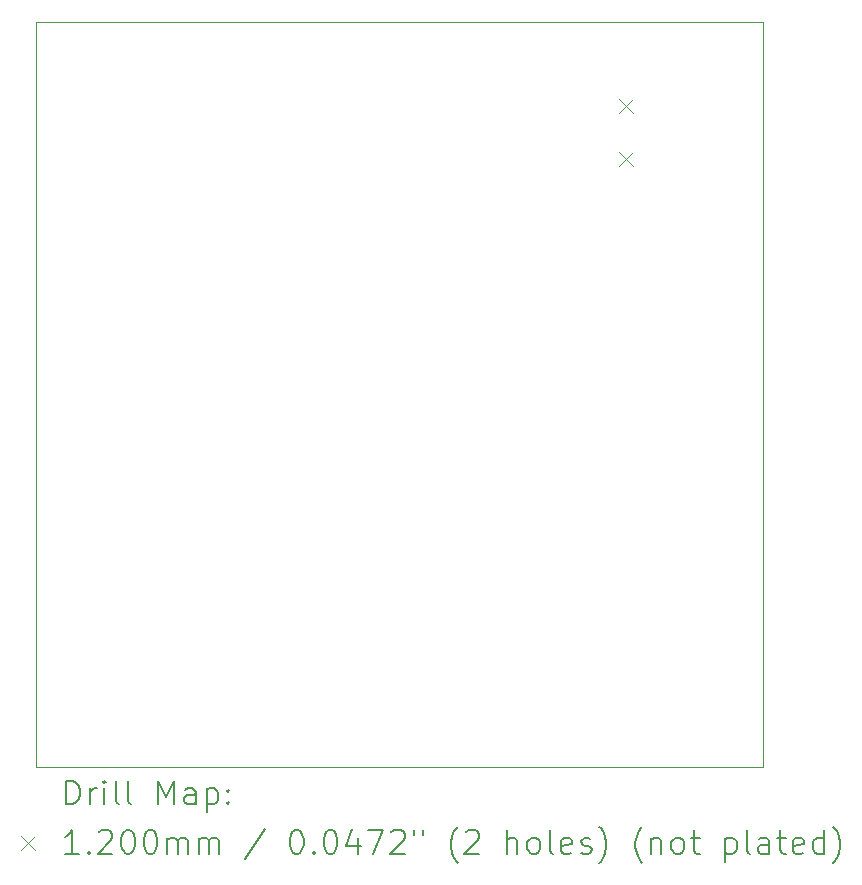
<source format=gbr>
%TF.GenerationSoftware,KiCad,Pcbnew,8.0.01-1-dev-1b3cf70eef*%
%TF.CreationDate,2024-03-18T17:19:17-07:00*%
%TF.ProjectId,i2s_to_toslink_pcb,6932735f-746f-45f7-946f-736c696e6b5f,rev?*%
%TF.SameCoordinates,Original*%
%TF.FileFunction,Drillmap*%
%TF.FilePolarity,Positive*%
%FSLAX45Y45*%
G04 Gerber Fmt 4.5, Leading zero omitted, Abs format (unit mm)*
G04 Created by KiCad (PCBNEW 8.0.01-1-dev-1b3cf70eef) date 2024-03-18 17:19:17*
%MOMM*%
%LPD*%
G01*
G04 APERTURE LIST*
%ADD10C,0.100000*%
%ADD11C,0.200000*%
%ADD12C,0.120000*%
G04 APERTURE END LIST*
D10*
X2050000Y-2007000D02*
X8204600Y-2007000D01*
X8204600Y-8314200D01*
X2050000Y-8314200D01*
X2050000Y-2007000D01*
D11*
D12*
X6987840Y-2659860D02*
X7107840Y-2779860D01*
X7107840Y-2659860D02*
X6987840Y-2779860D01*
X6987840Y-3109860D02*
X7107840Y-3229860D01*
X7107840Y-3109860D02*
X6987840Y-3229860D01*
D11*
X2305777Y-8630684D02*
X2305777Y-8430684D01*
X2305777Y-8430684D02*
X2353396Y-8430684D01*
X2353396Y-8430684D02*
X2381967Y-8440208D01*
X2381967Y-8440208D02*
X2401015Y-8459255D01*
X2401015Y-8459255D02*
X2410539Y-8478303D01*
X2410539Y-8478303D02*
X2420063Y-8516398D01*
X2420063Y-8516398D02*
X2420063Y-8544970D01*
X2420063Y-8544970D02*
X2410539Y-8583065D01*
X2410539Y-8583065D02*
X2401015Y-8602112D01*
X2401015Y-8602112D02*
X2381967Y-8621160D01*
X2381967Y-8621160D02*
X2353396Y-8630684D01*
X2353396Y-8630684D02*
X2305777Y-8630684D01*
X2505777Y-8630684D02*
X2505777Y-8497350D01*
X2505777Y-8535446D02*
X2515301Y-8516398D01*
X2515301Y-8516398D02*
X2524824Y-8506874D01*
X2524824Y-8506874D02*
X2543872Y-8497350D01*
X2543872Y-8497350D02*
X2562920Y-8497350D01*
X2629586Y-8630684D02*
X2629586Y-8497350D01*
X2629586Y-8430684D02*
X2620063Y-8440208D01*
X2620063Y-8440208D02*
X2629586Y-8449731D01*
X2629586Y-8449731D02*
X2639110Y-8440208D01*
X2639110Y-8440208D02*
X2629586Y-8430684D01*
X2629586Y-8430684D02*
X2629586Y-8449731D01*
X2753396Y-8630684D02*
X2734348Y-8621160D01*
X2734348Y-8621160D02*
X2724824Y-8602112D01*
X2724824Y-8602112D02*
X2724824Y-8430684D01*
X2858158Y-8630684D02*
X2839110Y-8621160D01*
X2839110Y-8621160D02*
X2829586Y-8602112D01*
X2829586Y-8602112D02*
X2829586Y-8430684D01*
X3086729Y-8630684D02*
X3086729Y-8430684D01*
X3086729Y-8430684D02*
X3153396Y-8573541D01*
X3153396Y-8573541D02*
X3220062Y-8430684D01*
X3220062Y-8430684D02*
X3220062Y-8630684D01*
X3401015Y-8630684D02*
X3401015Y-8525922D01*
X3401015Y-8525922D02*
X3391491Y-8506874D01*
X3391491Y-8506874D02*
X3372443Y-8497350D01*
X3372443Y-8497350D02*
X3334348Y-8497350D01*
X3334348Y-8497350D02*
X3315301Y-8506874D01*
X3401015Y-8621160D02*
X3381967Y-8630684D01*
X3381967Y-8630684D02*
X3334348Y-8630684D01*
X3334348Y-8630684D02*
X3315301Y-8621160D01*
X3315301Y-8621160D02*
X3305777Y-8602112D01*
X3305777Y-8602112D02*
X3305777Y-8583065D01*
X3305777Y-8583065D02*
X3315301Y-8564017D01*
X3315301Y-8564017D02*
X3334348Y-8554493D01*
X3334348Y-8554493D02*
X3381967Y-8554493D01*
X3381967Y-8554493D02*
X3401015Y-8544970D01*
X3496253Y-8497350D02*
X3496253Y-8697350D01*
X3496253Y-8506874D02*
X3515301Y-8497350D01*
X3515301Y-8497350D02*
X3553396Y-8497350D01*
X3553396Y-8497350D02*
X3572443Y-8506874D01*
X3572443Y-8506874D02*
X3581967Y-8516398D01*
X3581967Y-8516398D02*
X3591491Y-8535446D01*
X3591491Y-8535446D02*
X3591491Y-8592589D01*
X3591491Y-8592589D02*
X3581967Y-8611636D01*
X3581967Y-8611636D02*
X3572443Y-8621160D01*
X3572443Y-8621160D02*
X3553396Y-8630684D01*
X3553396Y-8630684D02*
X3515301Y-8630684D01*
X3515301Y-8630684D02*
X3496253Y-8621160D01*
X3677205Y-8611636D02*
X3686729Y-8621160D01*
X3686729Y-8621160D02*
X3677205Y-8630684D01*
X3677205Y-8630684D02*
X3667682Y-8621160D01*
X3667682Y-8621160D02*
X3677205Y-8611636D01*
X3677205Y-8611636D02*
X3677205Y-8630684D01*
X3677205Y-8506874D02*
X3686729Y-8516398D01*
X3686729Y-8516398D02*
X3677205Y-8525922D01*
X3677205Y-8525922D02*
X3667682Y-8516398D01*
X3667682Y-8516398D02*
X3677205Y-8506874D01*
X3677205Y-8506874D02*
X3677205Y-8525922D01*
D12*
X1925000Y-8899200D02*
X2045000Y-9019200D01*
X2045000Y-8899200D02*
X1925000Y-9019200D01*
D11*
X2410539Y-9050684D02*
X2296253Y-9050684D01*
X2353396Y-9050684D02*
X2353396Y-8850684D01*
X2353396Y-8850684D02*
X2334348Y-8879255D01*
X2334348Y-8879255D02*
X2315301Y-8898303D01*
X2315301Y-8898303D02*
X2296253Y-8907827D01*
X2496253Y-9031636D02*
X2505777Y-9041160D01*
X2505777Y-9041160D02*
X2496253Y-9050684D01*
X2496253Y-9050684D02*
X2486729Y-9041160D01*
X2486729Y-9041160D02*
X2496253Y-9031636D01*
X2496253Y-9031636D02*
X2496253Y-9050684D01*
X2581967Y-8869731D02*
X2591491Y-8860208D01*
X2591491Y-8860208D02*
X2610539Y-8850684D01*
X2610539Y-8850684D02*
X2658158Y-8850684D01*
X2658158Y-8850684D02*
X2677205Y-8860208D01*
X2677205Y-8860208D02*
X2686729Y-8869731D01*
X2686729Y-8869731D02*
X2696253Y-8888779D01*
X2696253Y-8888779D02*
X2696253Y-8907827D01*
X2696253Y-8907827D02*
X2686729Y-8936398D01*
X2686729Y-8936398D02*
X2572444Y-9050684D01*
X2572444Y-9050684D02*
X2696253Y-9050684D01*
X2820062Y-8850684D02*
X2839110Y-8850684D01*
X2839110Y-8850684D02*
X2858158Y-8860208D01*
X2858158Y-8860208D02*
X2867682Y-8869731D01*
X2867682Y-8869731D02*
X2877205Y-8888779D01*
X2877205Y-8888779D02*
X2886729Y-8926874D01*
X2886729Y-8926874D02*
X2886729Y-8974493D01*
X2886729Y-8974493D02*
X2877205Y-9012589D01*
X2877205Y-9012589D02*
X2867682Y-9031636D01*
X2867682Y-9031636D02*
X2858158Y-9041160D01*
X2858158Y-9041160D02*
X2839110Y-9050684D01*
X2839110Y-9050684D02*
X2820062Y-9050684D01*
X2820062Y-9050684D02*
X2801015Y-9041160D01*
X2801015Y-9041160D02*
X2791491Y-9031636D01*
X2791491Y-9031636D02*
X2781967Y-9012589D01*
X2781967Y-9012589D02*
X2772444Y-8974493D01*
X2772444Y-8974493D02*
X2772444Y-8926874D01*
X2772444Y-8926874D02*
X2781967Y-8888779D01*
X2781967Y-8888779D02*
X2791491Y-8869731D01*
X2791491Y-8869731D02*
X2801015Y-8860208D01*
X2801015Y-8860208D02*
X2820062Y-8850684D01*
X3010539Y-8850684D02*
X3029586Y-8850684D01*
X3029586Y-8850684D02*
X3048634Y-8860208D01*
X3048634Y-8860208D02*
X3058158Y-8869731D01*
X3058158Y-8869731D02*
X3067682Y-8888779D01*
X3067682Y-8888779D02*
X3077205Y-8926874D01*
X3077205Y-8926874D02*
X3077205Y-8974493D01*
X3077205Y-8974493D02*
X3067682Y-9012589D01*
X3067682Y-9012589D02*
X3058158Y-9031636D01*
X3058158Y-9031636D02*
X3048634Y-9041160D01*
X3048634Y-9041160D02*
X3029586Y-9050684D01*
X3029586Y-9050684D02*
X3010539Y-9050684D01*
X3010539Y-9050684D02*
X2991491Y-9041160D01*
X2991491Y-9041160D02*
X2981967Y-9031636D01*
X2981967Y-9031636D02*
X2972443Y-9012589D01*
X2972443Y-9012589D02*
X2962920Y-8974493D01*
X2962920Y-8974493D02*
X2962920Y-8926874D01*
X2962920Y-8926874D02*
X2972443Y-8888779D01*
X2972443Y-8888779D02*
X2981967Y-8869731D01*
X2981967Y-8869731D02*
X2991491Y-8860208D01*
X2991491Y-8860208D02*
X3010539Y-8850684D01*
X3162920Y-9050684D02*
X3162920Y-8917350D01*
X3162920Y-8936398D02*
X3172443Y-8926874D01*
X3172443Y-8926874D02*
X3191491Y-8917350D01*
X3191491Y-8917350D02*
X3220063Y-8917350D01*
X3220063Y-8917350D02*
X3239110Y-8926874D01*
X3239110Y-8926874D02*
X3248634Y-8945922D01*
X3248634Y-8945922D02*
X3248634Y-9050684D01*
X3248634Y-8945922D02*
X3258158Y-8926874D01*
X3258158Y-8926874D02*
X3277205Y-8917350D01*
X3277205Y-8917350D02*
X3305777Y-8917350D01*
X3305777Y-8917350D02*
X3324824Y-8926874D01*
X3324824Y-8926874D02*
X3334348Y-8945922D01*
X3334348Y-8945922D02*
X3334348Y-9050684D01*
X3429586Y-9050684D02*
X3429586Y-8917350D01*
X3429586Y-8936398D02*
X3439110Y-8926874D01*
X3439110Y-8926874D02*
X3458158Y-8917350D01*
X3458158Y-8917350D02*
X3486729Y-8917350D01*
X3486729Y-8917350D02*
X3505777Y-8926874D01*
X3505777Y-8926874D02*
X3515301Y-8945922D01*
X3515301Y-8945922D02*
X3515301Y-9050684D01*
X3515301Y-8945922D02*
X3524824Y-8926874D01*
X3524824Y-8926874D02*
X3543872Y-8917350D01*
X3543872Y-8917350D02*
X3572443Y-8917350D01*
X3572443Y-8917350D02*
X3591491Y-8926874D01*
X3591491Y-8926874D02*
X3601015Y-8945922D01*
X3601015Y-8945922D02*
X3601015Y-9050684D01*
X3991491Y-8841160D02*
X3820063Y-9098303D01*
X4248634Y-8850684D02*
X4267682Y-8850684D01*
X4267682Y-8850684D02*
X4286729Y-8860208D01*
X4286729Y-8860208D02*
X4296253Y-8869731D01*
X4296253Y-8869731D02*
X4305777Y-8888779D01*
X4305777Y-8888779D02*
X4315301Y-8926874D01*
X4315301Y-8926874D02*
X4315301Y-8974493D01*
X4315301Y-8974493D02*
X4305777Y-9012589D01*
X4305777Y-9012589D02*
X4296253Y-9031636D01*
X4296253Y-9031636D02*
X4286729Y-9041160D01*
X4286729Y-9041160D02*
X4267682Y-9050684D01*
X4267682Y-9050684D02*
X4248634Y-9050684D01*
X4248634Y-9050684D02*
X4229587Y-9041160D01*
X4229587Y-9041160D02*
X4220063Y-9031636D01*
X4220063Y-9031636D02*
X4210539Y-9012589D01*
X4210539Y-9012589D02*
X4201015Y-8974493D01*
X4201015Y-8974493D02*
X4201015Y-8926874D01*
X4201015Y-8926874D02*
X4210539Y-8888779D01*
X4210539Y-8888779D02*
X4220063Y-8869731D01*
X4220063Y-8869731D02*
X4229587Y-8860208D01*
X4229587Y-8860208D02*
X4248634Y-8850684D01*
X4401015Y-9031636D02*
X4410539Y-9041160D01*
X4410539Y-9041160D02*
X4401015Y-9050684D01*
X4401015Y-9050684D02*
X4391491Y-9041160D01*
X4391491Y-9041160D02*
X4401015Y-9031636D01*
X4401015Y-9031636D02*
X4401015Y-9050684D01*
X4534348Y-8850684D02*
X4553396Y-8850684D01*
X4553396Y-8850684D02*
X4572444Y-8860208D01*
X4572444Y-8860208D02*
X4581968Y-8869731D01*
X4581968Y-8869731D02*
X4591491Y-8888779D01*
X4591491Y-8888779D02*
X4601015Y-8926874D01*
X4601015Y-8926874D02*
X4601015Y-8974493D01*
X4601015Y-8974493D02*
X4591491Y-9012589D01*
X4591491Y-9012589D02*
X4581968Y-9031636D01*
X4581968Y-9031636D02*
X4572444Y-9041160D01*
X4572444Y-9041160D02*
X4553396Y-9050684D01*
X4553396Y-9050684D02*
X4534348Y-9050684D01*
X4534348Y-9050684D02*
X4515301Y-9041160D01*
X4515301Y-9041160D02*
X4505777Y-9031636D01*
X4505777Y-9031636D02*
X4496253Y-9012589D01*
X4496253Y-9012589D02*
X4486729Y-8974493D01*
X4486729Y-8974493D02*
X4486729Y-8926874D01*
X4486729Y-8926874D02*
X4496253Y-8888779D01*
X4496253Y-8888779D02*
X4505777Y-8869731D01*
X4505777Y-8869731D02*
X4515301Y-8860208D01*
X4515301Y-8860208D02*
X4534348Y-8850684D01*
X4772444Y-8917350D02*
X4772444Y-9050684D01*
X4724825Y-8841160D02*
X4677206Y-8984017D01*
X4677206Y-8984017D02*
X4801015Y-8984017D01*
X4858158Y-8850684D02*
X4991491Y-8850684D01*
X4991491Y-8850684D02*
X4905777Y-9050684D01*
X5058158Y-8869731D02*
X5067682Y-8860208D01*
X5067682Y-8860208D02*
X5086729Y-8850684D01*
X5086729Y-8850684D02*
X5134349Y-8850684D01*
X5134349Y-8850684D02*
X5153396Y-8860208D01*
X5153396Y-8860208D02*
X5162920Y-8869731D01*
X5162920Y-8869731D02*
X5172444Y-8888779D01*
X5172444Y-8888779D02*
X5172444Y-8907827D01*
X5172444Y-8907827D02*
X5162920Y-8936398D01*
X5162920Y-8936398D02*
X5048634Y-9050684D01*
X5048634Y-9050684D02*
X5172444Y-9050684D01*
X5248634Y-8850684D02*
X5248634Y-8888779D01*
X5324825Y-8850684D02*
X5324825Y-8888779D01*
X5620063Y-9126874D02*
X5610539Y-9117350D01*
X5610539Y-9117350D02*
X5591491Y-9088779D01*
X5591491Y-9088779D02*
X5581968Y-9069731D01*
X5581968Y-9069731D02*
X5572444Y-9041160D01*
X5572444Y-9041160D02*
X5562920Y-8993541D01*
X5562920Y-8993541D02*
X5562920Y-8955446D01*
X5562920Y-8955446D02*
X5572444Y-8907827D01*
X5572444Y-8907827D02*
X5581968Y-8879255D01*
X5581968Y-8879255D02*
X5591491Y-8860208D01*
X5591491Y-8860208D02*
X5610539Y-8831636D01*
X5610539Y-8831636D02*
X5620063Y-8822112D01*
X5686729Y-8869731D02*
X5696253Y-8860208D01*
X5696253Y-8860208D02*
X5715301Y-8850684D01*
X5715301Y-8850684D02*
X5762920Y-8850684D01*
X5762920Y-8850684D02*
X5781968Y-8860208D01*
X5781968Y-8860208D02*
X5791491Y-8869731D01*
X5791491Y-8869731D02*
X5801015Y-8888779D01*
X5801015Y-8888779D02*
X5801015Y-8907827D01*
X5801015Y-8907827D02*
X5791491Y-8936398D01*
X5791491Y-8936398D02*
X5677206Y-9050684D01*
X5677206Y-9050684D02*
X5801015Y-9050684D01*
X6039110Y-9050684D02*
X6039110Y-8850684D01*
X6124825Y-9050684D02*
X6124825Y-8945922D01*
X6124825Y-8945922D02*
X6115301Y-8926874D01*
X6115301Y-8926874D02*
X6096253Y-8917350D01*
X6096253Y-8917350D02*
X6067682Y-8917350D01*
X6067682Y-8917350D02*
X6048634Y-8926874D01*
X6048634Y-8926874D02*
X6039110Y-8936398D01*
X6248634Y-9050684D02*
X6229587Y-9041160D01*
X6229587Y-9041160D02*
X6220063Y-9031636D01*
X6220063Y-9031636D02*
X6210539Y-9012589D01*
X6210539Y-9012589D02*
X6210539Y-8955446D01*
X6210539Y-8955446D02*
X6220063Y-8936398D01*
X6220063Y-8936398D02*
X6229587Y-8926874D01*
X6229587Y-8926874D02*
X6248634Y-8917350D01*
X6248634Y-8917350D02*
X6277206Y-8917350D01*
X6277206Y-8917350D02*
X6296253Y-8926874D01*
X6296253Y-8926874D02*
X6305777Y-8936398D01*
X6305777Y-8936398D02*
X6315301Y-8955446D01*
X6315301Y-8955446D02*
X6315301Y-9012589D01*
X6315301Y-9012589D02*
X6305777Y-9031636D01*
X6305777Y-9031636D02*
X6296253Y-9041160D01*
X6296253Y-9041160D02*
X6277206Y-9050684D01*
X6277206Y-9050684D02*
X6248634Y-9050684D01*
X6429587Y-9050684D02*
X6410539Y-9041160D01*
X6410539Y-9041160D02*
X6401015Y-9022112D01*
X6401015Y-9022112D02*
X6401015Y-8850684D01*
X6581968Y-9041160D02*
X6562920Y-9050684D01*
X6562920Y-9050684D02*
X6524825Y-9050684D01*
X6524825Y-9050684D02*
X6505777Y-9041160D01*
X6505777Y-9041160D02*
X6496253Y-9022112D01*
X6496253Y-9022112D02*
X6496253Y-8945922D01*
X6496253Y-8945922D02*
X6505777Y-8926874D01*
X6505777Y-8926874D02*
X6524825Y-8917350D01*
X6524825Y-8917350D02*
X6562920Y-8917350D01*
X6562920Y-8917350D02*
X6581968Y-8926874D01*
X6581968Y-8926874D02*
X6591491Y-8945922D01*
X6591491Y-8945922D02*
X6591491Y-8964970D01*
X6591491Y-8964970D02*
X6496253Y-8984017D01*
X6667682Y-9041160D02*
X6686730Y-9050684D01*
X6686730Y-9050684D02*
X6724825Y-9050684D01*
X6724825Y-9050684D02*
X6743872Y-9041160D01*
X6743872Y-9041160D02*
X6753396Y-9022112D01*
X6753396Y-9022112D02*
X6753396Y-9012589D01*
X6753396Y-9012589D02*
X6743872Y-8993541D01*
X6743872Y-8993541D02*
X6724825Y-8984017D01*
X6724825Y-8984017D02*
X6696253Y-8984017D01*
X6696253Y-8984017D02*
X6677206Y-8974493D01*
X6677206Y-8974493D02*
X6667682Y-8955446D01*
X6667682Y-8955446D02*
X6667682Y-8945922D01*
X6667682Y-8945922D02*
X6677206Y-8926874D01*
X6677206Y-8926874D02*
X6696253Y-8917350D01*
X6696253Y-8917350D02*
X6724825Y-8917350D01*
X6724825Y-8917350D02*
X6743872Y-8926874D01*
X6820063Y-9126874D02*
X6829587Y-9117350D01*
X6829587Y-9117350D02*
X6848634Y-9088779D01*
X6848634Y-9088779D02*
X6858158Y-9069731D01*
X6858158Y-9069731D02*
X6867682Y-9041160D01*
X6867682Y-9041160D02*
X6877206Y-8993541D01*
X6877206Y-8993541D02*
X6877206Y-8955446D01*
X6877206Y-8955446D02*
X6867682Y-8907827D01*
X6867682Y-8907827D02*
X6858158Y-8879255D01*
X6858158Y-8879255D02*
X6848634Y-8860208D01*
X6848634Y-8860208D02*
X6829587Y-8831636D01*
X6829587Y-8831636D02*
X6820063Y-8822112D01*
X7181968Y-9126874D02*
X7172444Y-9117350D01*
X7172444Y-9117350D02*
X7153396Y-9088779D01*
X7153396Y-9088779D02*
X7143872Y-9069731D01*
X7143872Y-9069731D02*
X7134349Y-9041160D01*
X7134349Y-9041160D02*
X7124825Y-8993541D01*
X7124825Y-8993541D02*
X7124825Y-8955446D01*
X7124825Y-8955446D02*
X7134349Y-8907827D01*
X7134349Y-8907827D02*
X7143872Y-8879255D01*
X7143872Y-8879255D02*
X7153396Y-8860208D01*
X7153396Y-8860208D02*
X7172444Y-8831636D01*
X7172444Y-8831636D02*
X7181968Y-8822112D01*
X7258158Y-8917350D02*
X7258158Y-9050684D01*
X7258158Y-8936398D02*
X7267682Y-8926874D01*
X7267682Y-8926874D02*
X7286730Y-8917350D01*
X7286730Y-8917350D02*
X7315301Y-8917350D01*
X7315301Y-8917350D02*
X7334349Y-8926874D01*
X7334349Y-8926874D02*
X7343872Y-8945922D01*
X7343872Y-8945922D02*
X7343872Y-9050684D01*
X7467682Y-9050684D02*
X7448634Y-9041160D01*
X7448634Y-9041160D02*
X7439111Y-9031636D01*
X7439111Y-9031636D02*
X7429587Y-9012589D01*
X7429587Y-9012589D02*
X7429587Y-8955446D01*
X7429587Y-8955446D02*
X7439111Y-8936398D01*
X7439111Y-8936398D02*
X7448634Y-8926874D01*
X7448634Y-8926874D02*
X7467682Y-8917350D01*
X7467682Y-8917350D02*
X7496253Y-8917350D01*
X7496253Y-8917350D02*
X7515301Y-8926874D01*
X7515301Y-8926874D02*
X7524825Y-8936398D01*
X7524825Y-8936398D02*
X7534349Y-8955446D01*
X7534349Y-8955446D02*
X7534349Y-9012589D01*
X7534349Y-9012589D02*
X7524825Y-9031636D01*
X7524825Y-9031636D02*
X7515301Y-9041160D01*
X7515301Y-9041160D02*
X7496253Y-9050684D01*
X7496253Y-9050684D02*
X7467682Y-9050684D01*
X7591492Y-8917350D02*
X7667682Y-8917350D01*
X7620063Y-8850684D02*
X7620063Y-9022112D01*
X7620063Y-9022112D02*
X7629587Y-9041160D01*
X7629587Y-9041160D02*
X7648634Y-9050684D01*
X7648634Y-9050684D02*
X7667682Y-9050684D01*
X7886730Y-8917350D02*
X7886730Y-9117350D01*
X7886730Y-8926874D02*
X7905777Y-8917350D01*
X7905777Y-8917350D02*
X7943873Y-8917350D01*
X7943873Y-8917350D02*
X7962920Y-8926874D01*
X7962920Y-8926874D02*
X7972444Y-8936398D01*
X7972444Y-8936398D02*
X7981968Y-8955446D01*
X7981968Y-8955446D02*
X7981968Y-9012589D01*
X7981968Y-9012589D02*
X7972444Y-9031636D01*
X7972444Y-9031636D02*
X7962920Y-9041160D01*
X7962920Y-9041160D02*
X7943873Y-9050684D01*
X7943873Y-9050684D02*
X7905777Y-9050684D01*
X7905777Y-9050684D02*
X7886730Y-9041160D01*
X8096253Y-9050684D02*
X8077206Y-9041160D01*
X8077206Y-9041160D02*
X8067682Y-9022112D01*
X8067682Y-9022112D02*
X8067682Y-8850684D01*
X8258158Y-9050684D02*
X8258158Y-8945922D01*
X8258158Y-8945922D02*
X8248634Y-8926874D01*
X8248634Y-8926874D02*
X8229587Y-8917350D01*
X8229587Y-8917350D02*
X8191492Y-8917350D01*
X8191492Y-8917350D02*
X8172444Y-8926874D01*
X8258158Y-9041160D02*
X8239111Y-9050684D01*
X8239111Y-9050684D02*
X8191492Y-9050684D01*
X8191492Y-9050684D02*
X8172444Y-9041160D01*
X8172444Y-9041160D02*
X8162920Y-9022112D01*
X8162920Y-9022112D02*
X8162920Y-9003065D01*
X8162920Y-9003065D02*
X8172444Y-8984017D01*
X8172444Y-8984017D02*
X8191492Y-8974493D01*
X8191492Y-8974493D02*
X8239111Y-8974493D01*
X8239111Y-8974493D02*
X8258158Y-8964970D01*
X8324825Y-8917350D02*
X8401015Y-8917350D01*
X8353396Y-8850684D02*
X8353396Y-9022112D01*
X8353396Y-9022112D02*
X8362920Y-9041160D01*
X8362920Y-9041160D02*
X8381968Y-9050684D01*
X8381968Y-9050684D02*
X8401015Y-9050684D01*
X8543873Y-9041160D02*
X8524825Y-9050684D01*
X8524825Y-9050684D02*
X8486730Y-9050684D01*
X8486730Y-9050684D02*
X8467682Y-9041160D01*
X8467682Y-9041160D02*
X8458158Y-9022112D01*
X8458158Y-9022112D02*
X8458158Y-8945922D01*
X8458158Y-8945922D02*
X8467682Y-8926874D01*
X8467682Y-8926874D02*
X8486730Y-8917350D01*
X8486730Y-8917350D02*
X8524825Y-8917350D01*
X8524825Y-8917350D02*
X8543873Y-8926874D01*
X8543873Y-8926874D02*
X8553396Y-8945922D01*
X8553396Y-8945922D02*
X8553396Y-8964970D01*
X8553396Y-8964970D02*
X8458158Y-8984017D01*
X8724825Y-9050684D02*
X8724825Y-8850684D01*
X8724825Y-9041160D02*
X8705777Y-9050684D01*
X8705777Y-9050684D02*
X8667682Y-9050684D01*
X8667682Y-9050684D02*
X8648635Y-9041160D01*
X8648635Y-9041160D02*
X8639111Y-9031636D01*
X8639111Y-9031636D02*
X8629587Y-9012589D01*
X8629587Y-9012589D02*
X8629587Y-8955446D01*
X8629587Y-8955446D02*
X8639111Y-8936398D01*
X8639111Y-8936398D02*
X8648635Y-8926874D01*
X8648635Y-8926874D02*
X8667682Y-8917350D01*
X8667682Y-8917350D02*
X8705777Y-8917350D01*
X8705777Y-8917350D02*
X8724825Y-8926874D01*
X8801016Y-9126874D02*
X8810539Y-9117350D01*
X8810539Y-9117350D02*
X8829587Y-9088779D01*
X8829587Y-9088779D02*
X8839111Y-9069731D01*
X8839111Y-9069731D02*
X8848635Y-9041160D01*
X8848635Y-9041160D02*
X8858158Y-8993541D01*
X8858158Y-8993541D02*
X8858158Y-8955446D01*
X8858158Y-8955446D02*
X8848635Y-8907827D01*
X8848635Y-8907827D02*
X8839111Y-8879255D01*
X8839111Y-8879255D02*
X8829587Y-8860208D01*
X8829587Y-8860208D02*
X8810539Y-8831636D01*
X8810539Y-8831636D02*
X8801016Y-8822112D01*
M02*

</source>
